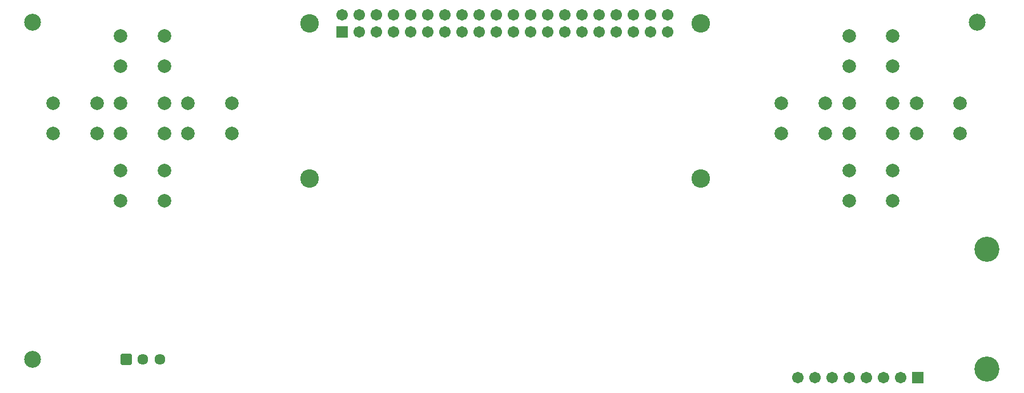
<source format=gbr>
%TF.GenerationSoftware,KiCad,Pcbnew,9.0.2*%
%TF.CreationDate,2025-06-30T23:43:09-04:00*%
%TF.ProjectId,GamePad_Zero,47616d65-5061-4645-9f5a-65726f2e6b69,rev?*%
%TF.SameCoordinates,Original*%
%TF.FileFunction,Soldermask,Top*%
%TF.FilePolarity,Negative*%
%FSLAX46Y46*%
G04 Gerber Fmt 4.6, Leading zero omitted, Abs format (unit mm)*
G04 Created by KiCad (PCBNEW 9.0.2) date 2025-06-30 23:43:09*
%MOMM*%
%LPD*%
G01*
G04 APERTURE LIST*
G04 Aperture macros list*
%AMRoundRect*
0 Rectangle with rounded corners*
0 $1 Rounding radius*
0 $2 $3 $4 $5 $6 $7 $8 $9 X,Y pos of 4 corners*
0 Add a 4 corners polygon primitive as box body*
4,1,4,$2,$3,$4,$5,$6,$7,$8,$9,$2,$3,0*
0 Add four circle primitives for the rounded corners*
1,1,$1+$1,$2,$3*
1,1,$1+$1,$4,$5*
1,1,$1+$1,$6,$7*
1,1,$1+$1,$8,$9*
0 Add four rect primitives between the rounded corners*
20,1,$1+$1,$2,$3,$4,$5,0*
20,1,$1+$1,$4,$5,$6,$7,0*
20,1,$1+$1,$6,$7,$8,$9,0*
20,1,$1+$1,$8,$9,$2,$3,0*%
G04 Aperture macros list end*
%ADD10C,1.712000*%
%ADD11RoundRect,0.102000X-0.754000X-0.754000X0.754000X-0.754000X0.754000X0.754000X-0.754000X0.754000X0*%
%ADD12C,2.750000*%
%ADD13C,2.000000*%
%ADD14C,2.500000*%
%ADD15RoundRect,0.102000X-0.704000X-0.704000X0.704000X-0.704000X0.704000X0.704000X-0.704000X0.704000X0*%
%ADD16C,1.612000*%
%ADD17RoundRect,0.102000X0.754000X0.754000X-0.754000X0.754000X-0.754000X-0.754000X0.754000X-0.754000X0*%
%ADD18C,3.720000*%
G04 APERTURE END LIST*
D10*
%TO.C,J1*%
X99130000Y-3898750D03*
X99130000Y-6438750D03*
X96590000Y-3898750D03*
X96590000Y-6438750D03*
X94050000Y-3898750D03*
X94050000Y-6438750D03*
X91510000Y-3898750D03*
X91510000Y-6438750D03*
X88970000Y-3898750D03*
X88970000Y-6438750D03*
X86430000Y-3898750D03*
X86430000Y-6438750D03*
X83890000Y-3898750D03*
X83890000Y-6438750D03*
X81350000Y-3898750D03*
X81350000Y-6438750D03*
X78810000Y-3898750D03*
X78810000Y-6438750D03*
X76270000Y-3898750D03*
X76270000Y-6438750D03*
X73730000Y-3898750D03*
X73730000Y-6438750D03*
X71190000Y-3898750D03*
X71190000Y-6438750D03*
X68650000Y-3898750D03*
X68650000Y-6438750D03*
X66110000Y-3898750D03*
X66110000Y-6438750D03*
X63570000Y-3898750D03*
X63570000Y-6438750D03*
X61030000Y-3898750D03*
X61030000Y-6438750D03*
X58490000Y-3898750D03*
X58490000Y-6438750D03*
X55950000Y-3898750D03*
X55950000Y-6438750D03*
X53410000Y-3898750D03*
X53410000Y-6438750D03*
X50870000Y-3898750D03*
D11*
X50870000Y-6438750D03*
D12*
X104000000Y-28168750D03*
X104000000Y-5168750D03*
X46000000Y-28168750D03*
X46000000Y-5168750D03*
%TD*%
D13*
%TO.C,y1*%
X116000000Y-17000000D03*
X122500000Y-17000000D03*
X116000000Y-21500000D03*
X122500000Y-21500000D03*
%TD*%
%TO.C,b1*%
X126000000Y-27000000D03*
X132500000Y-27000000D03*
X126000000Y-31500000D03*
X132500000Y-31500000D03*
%TD*%
%TO.C,x1*%
X126000000Y-7000000D03*
X132500000Y-7000000D03*
X126000000Y-11500000D03*
X132500000Y-11500000D03*
%TD*%
%TO.C,Right1*%
X28000000Y-17000000D03*
X34500000Y-17000000D03*
X28000000Y-21500000D03*
X34500000Y-21500000D03*
%TD*%
D14*
%TO.C,H1*%
X145000000Y-5000000D03*
%TD*%
%TO.C,H2*%
X5000000Y-5000000D03*
%TD*%
D13*
%TO.C,a1*%
X136000000Y-17000000D03*
X142500000Y-17000000D03*
X136000000Y-21500000D03*
X142500000Y-21500000D03*
%TD*%
%TO.C,Down1*%
X18000000Y-27000000D03*
X24500000Y-27000000D03*
X18000000Y-31500000D03*
X24500000Y-31500000D03*
%TD*%
D15*
%TO.C,SW1*%
X18812500Y-55000000D03*
D16*
X21312500Y-55000000D03*
X23812500Y-55000000D03*
%TD*%
D13*
%TO.C,Left1*%
X8000000Y-17000000D03*
X14500000Y-17000000D03*
X8000000Y-21500000D03*
X14500000Y-21500000D03*
%TD*%
%TO.C,Up1*%
X18000000Y-7000000D03*
X24500000Y-7000000D03*
X18000000Y-11500000D03*
X24500000Y-11500000D03*
%TD*%
D14*
%TO.C,H3*%
X5000000Y-55000000D03*
%TD*%
D13*
%TO.C,LeftShoulder1*%
X132500000Y-17000000D03*
X126000000Y-17000000D03*
X132500000Y-21500000D03*
X126000000Y-21500000D03*
%TD*%
%TO.C,RightShoulder1*%
X24500000Y-17000000D03*
X18000000Y-17000000D03*
X24500000Y-21500000D03*
X18000000Y-21500000D03*
%TD*%
D17*
%TO.C,U1*%
X136175750Y-57785000D03*
D10*
X133635750Y-57785000D03*
X131095750Y-57785000D03*
X128555750Y-57785000D03*
X126015750Y-57785000D03*
X123475750Y-57785000D03*
X120935750Y-57785000D03*
X118395750Y-57785000D03*
D18*
X146462750Y-56515000D03*
X146462750Y-38735000D03*
%TD*%
M02*

</source>
